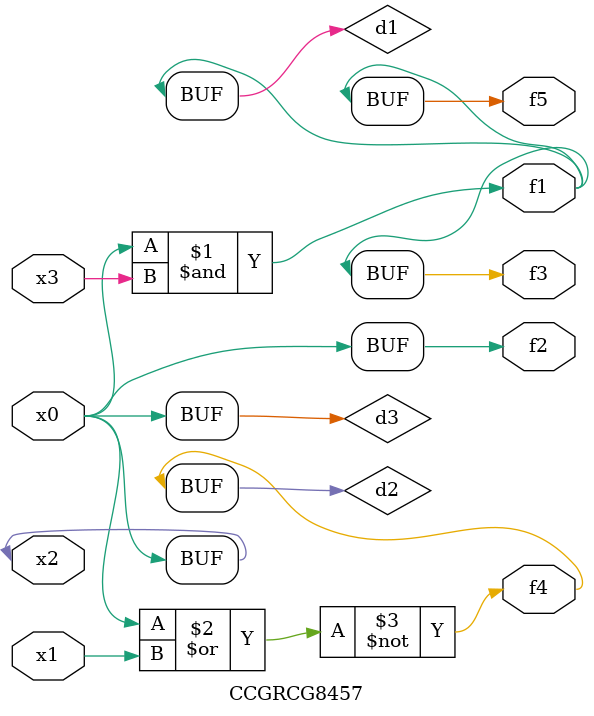
<source format=v>
module CCGRCG8457(
	input x0, x1, x2, x3,
	output f1, f2, f3, f4, f5
);

	wire d1, d2, d3;

	and (d1, x2, x3);
	nor (d2, x0, x1);
	buf (d3, x0, x2);
	assign f1 = d1;
	assign f2 = d3;
	assign f3 = d1;
	assign f4 = d2;
	assign f5 = d1;
endmodule

</source>
